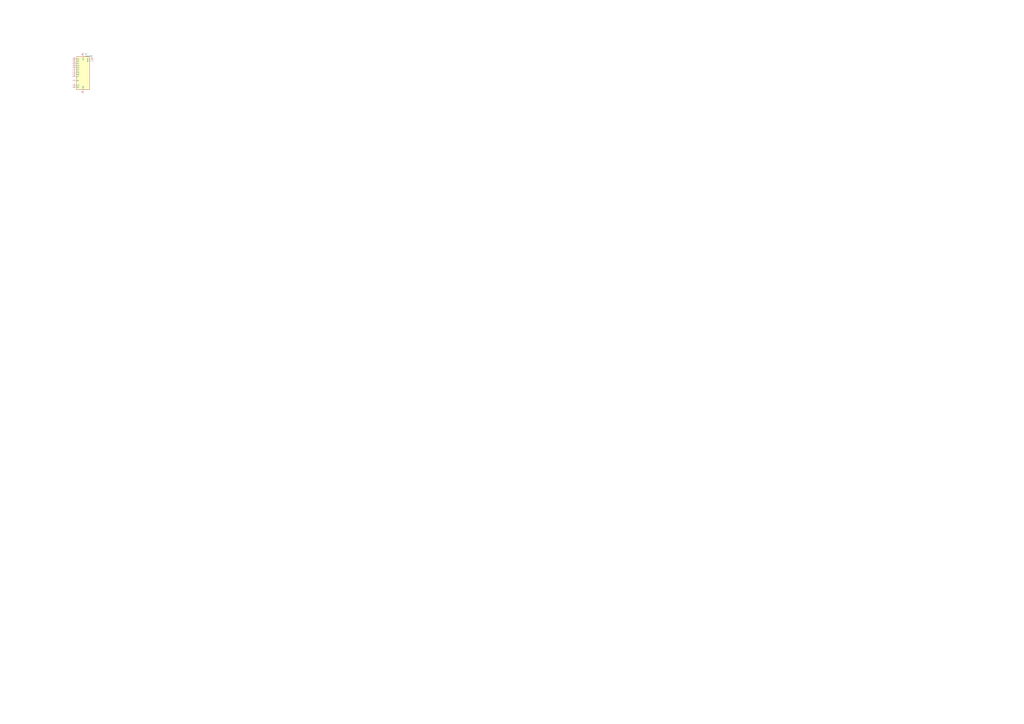
<source format=kicad_sch>
(kicad_sch (version 20230121) (generator eeschema)
  (paper "A0")
  (title_block (title "KEYBOART_Dennis_Re_Yoonji"))
  (lib_symbols
    (symbol "74xx:74HC165"
      (property "Reference" "U" (at -7.62 19.05 0))
      (property "Value" "74HC165" (at -7.62 -21.59 0))
      (symbol "74HC165_1_0"
        (pin input line (at -12.7 -10.16 0) (length 5.08) (name "~{PL}") (number "1"))
        (pin input line (at -12.7 15.24 0) (length 5.08) (name "DS") (number "10"))
        (pin input line (at -12.7 12.7 0) (length 5.08) (name "D0") (number "11"))
        (pin input line (at -12.7 10.16 0) (length 5.08) (name "D1") (number "12"))
        (pin input line (at -12.7 7.62 0) (length 5.08) (name "D2") (number "13"))
        (pin input line (at -12.7 5.08 0) (length 5.08) (name "D3") (number "14"))
        (pin input line (at -12.7 -17.78 0) (length 5.08) (name "~{CE}") (number "15"))
        (pin power_in line (at 0 22.86 270) (length 5.08) (name "VCC") (number "16"))
        (pin input line (at -12.7 -15.24 0) (length 5.08) (name "CP") (number "2"))
        (pin input line (at -12.7 2.54 0) (length 5.08) (name "D4") (number "3"))
        (pin input line (at -12.7 0 0) (length 5.08) (name "D5") (number "4"))
        (pin input line (at -12.7 -2.54 0) (length 5.08) (name "D6") (number "5"))
        (pin input line (at -12.7 -5.08 0) (length 5.08) (name "D7") (number "6"))
        (pin output line (at 12.7 12.7 180) (length 5.08) (name "~{Q7}") (number "7"))
        (pin power_in line (at 0 -25.4 90) (length 5.08) (name "GND") (number "8"))
        (pin output line (at 12.7 15.24 180) (length 5.08) (name "Q7") (number "9"))
      )
      (symbol "74HC165_1_1"
        (rectangle (start -7.62 17.78) (end 7.62 -20.32) (stroke (width 0.254)) (fill (type background)))
      )
    )
  )
  (symbol (lib_id "74xx:74HC165") (at 96.52 83.82 0) (unit 1)
    (property "Reference" "U1" (at 98.4759 62.611 0) (effects (justify left)))
    (property "Value" "74HC165" (at 98.4759 65.151 0) (effects (justify left)))
    (property "Datasheet" "https://assets.nexperia.com/documents/data-sheet/74HC_HCT165.pdf" (effects hide))
  )
)
</source>
